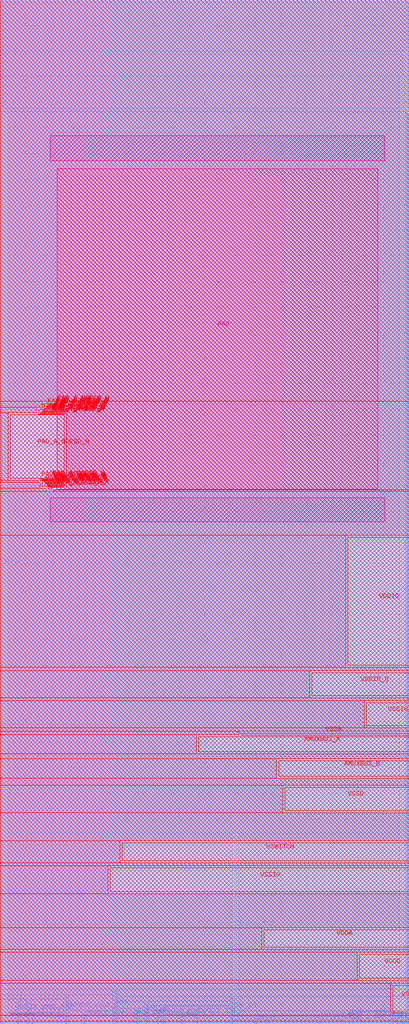
<source format=lef>
# Copyright 2020 The SkyWater PDK Authors
#
# Licensed under the Apache License, Version 2.0 (the "License");
# you may not use this file except in compliance with the License.
# You may obtain a copy of the License at
#
#     https://www.apache.org/licenses/LICENSE-2.0
#
# Unless required by applicable law or agreed to in writing, software
# distributed under the License is distributed on an "AS IS" BASIS,
# WITHOUT WARRANTIES OR CONDITIONS OF ANY KIND, either express or implied.
# See the License for the specific language governing permissions and
# limitations under the License.
#
# SPDX-License-Identifier: Apache-2.0

VERSION 5.7 ;
  NOWIREEXTENSIONATPIN ON ;
  DIVIDERCHAR "/" ;
  BUSBITCHARS "[]" ;
MACRO sky130_fd_io__top_gpiov2
  CLASS BLOCK ;
  FOREIGN sky130_fd_io__top_gpiov2 ;
  ORIGIN  0.000000  0.000000 ;
  SIZE  80.00000 BY  200.0000 ;
  SYMMETRY R90 ;
  PIN AMUXBUS_A
    DIRECTION INOUT ;
    USE SIGNAL ;
    PORT
      LAYER met4 ;
        RECT 38.760000 53.125000 80.000000 56.105000 ;
    END
  END AMUXBUS_A
  PIN AMUXBUS_B
    DIRECTION INOUT ;
    USE SIGNAL ;
    PORT
      LAYER met4 ;
        RECT 54.465000 48.365000 80.000000 51.345000 ;
    END
  END AMUXBUS_B
  PIN ANALOG_EN
    DIRECTION INPUT ;
    USE SIGNAL ;
    PORT
      LAYER met1 ;
        RECT 62.430000 0.000000 62.690000 1.305000 ;
    END
  END ANALOG_EN
  PIN ANALOG_POL
    DIRECTION INPUT ;
    USE SIGNAL ;
    PORT
      LAYER met3 ;
        RECT 45.865000 0.000000 46.195000 36.805000 ;
    END
  END ANALOG_POL
  PIN ANALOG_SEL
    DIRECTION INPUT ;
    USE SIGNAL ;
    PORT
      LAYER met2 ;
        RECT 30.750000 0.000000 31.010000 2.265000 ;
    END
  END ANALOG_SEL
  PIN DM[0]
    DIRECTION INPUT ;
    USE SIGNAL ;
    PORT
      LAYER met2 ;
        RECT 49.855000 0.000000 50.115000 0.545000 ;
    END
  END DM[0]
  PIN DM[1]
    DIRECTION INPUT ;
    USE SIGNAL ;
    PORT
      LAYER met2 ;
        RECT 66.835000 0.000000 67.095000 1.195000 ;
    END
  END DM[1]
  PIN DM[2]
    DIRECTION INPUT ;
    USE SIGNAL ;
    PORT
      LAYER met2 ;
        RECT 28.490000 0.000000 28.750000 4.070000 ;
    END
  END DM[2]
  PIN ENABLE_H
    DIRECTION INPUT ;
    USE SIGNAL ;
    PORT
      LAYER met2 ;
        RECT 35.460000 0.000000 35.720000 1.550000 ;
    END
  END ENABLE_H
  PIN ENABLE_INP_H
    DIRECTION INPUT ;
    USE SIGNAL ;
    PORT
      LAYER met2 ;
        RECT 38.390000 0.000000 38.650000 3.090000 ;
    END
  END ENABLE_INP_H
  PIN ENABLE_VDDA_H
    DIRECTION INPUT ;
    USE SIGNAL ;
    PORT
      LAYER met2 ;
        RECT 12.755000 0.000000 13.015000 5.350000 ;
    END
  END ENABLE_VDDA_H
  PIN ENABLE_VDDIO
    DIRECTION INPUT ;
    USE SIGNAL ;
    PORT
      LAYER met3 ;
        RECT 78.580000 0.000000 78.910000 184.775000 ;
    END
  END ENABLE_VDDIO
  PIN ENABLE_VSWITCH_H
    DIRECTION INPUT ;
    USE SIGNAL ;
    PORT
      LAYER met2 ;
        RECT 16.310000 0.000000 16.570000 2.320000 ;
    END
  END ENABLE_VSWITCH_H
  PIN HLD_H_N
    DIRECTION INPUT ;
    USE SIGNAL ;
    PORT
      LAYER met2 ;
        RECT 31.815000 0.000000 32.075000 3.340000 ;
    END
  END HLD_H_N
  PIN HLD_OVR
    DIRECTION INPUT ;
    USE SIGNAL ;
    PORT
      LAYER met2 ;
        RECT 26.600000 0.000000 26.860000 2.705000 ;
    END
  END HLD_OVR
  PIN IB_MODE_SEL
    DIRECTION INPUT ;
    USE SIGNAL ;
    PORT
      LAYER met2 ;
        RECT 5.420000 0.000000 5.650000 4.475000 ;
    END
  END IB_MODE_SEL
  PIN IN
    DIRECTION OUTPUT ;
    USE SIGNAL ;
    PORT
      LAYER met3 ;
        RECT 79.240000 0.000000 79.570000 189.560000 ;
    END
  END IN
  PIN INP_DIS
    DIRECTION INPUT ;
    USE SIGNAL ;
    PORT
      LAYER met2 ;
        RECT 45.245000 0.000000 45.505000 5.090000 ;
    END
  END INP_DIS
  PIN IN_H
    DIRECTION OUTPUT ;
    USE SIGNAL ;
    PORT
      LAYER met3 ;
        RECT 0.400000 0.000000 1.020000 178.485000 ;
    END
  END IN_H
  PIN OE_N
    DIRECTION INPUT ;
    USE SIGNAL ;
    PORT
      LAYER met2 ;
        RECT 3.375000 0.000000 3.605000 4.475000 ;
    END
  END OE_N
  PIN OUT
    DIRECTION INPUT ;
    USE SIGNAL ;
    PORT
      LAYER met2 ;
        RECT 22.355000 0.000000 22.615000 6.425000 ;
    END
  END OUT
  PIN PAD
    DIRECTION INOUT ;
    USE SIGNAL ;
    PORT
      LAYER met5 ;
        RECT 11.100000 104.395000 73.800000 167.010000 ;
    END
  END PAD
  PIN PAD_A_ESD_0_H
    DIRECTION INOUT ;
    USE SIGNAL ;
    PORT
      LAYER met2 ;
        RECT 76.280000 0.000000 76.920000 2.055000 ;
    END
  END PAD_A_ESD_0_H
  PIN PAD_A_ESD_1_H
    DIRECTION INOUT ;
    USE SIGNAL ;
    PORT
      LAYER met2 ;
        RECT 68.275000 0.000000 68.925000 2.270000 ;
    END
    PORT
      LAYER met2 ;
        RECT 68.405000 0.105000 68.415000 0.115000 ;
    END
  END PAD_A_ESD_1_H
  PIN PAD_A_NOESD_H
    DIRECTION INOUT ;
    USE SIGNAL ;
    PORT
      LAYER met4 ;
        RECT 2.000000 106.585000 12.500000 118.955000 ;
    END
    PORT
      LAYER met4 ;
        RECT 7.515000 118.955000 8.570000 120.010000 ;
    END
    PORT
      LAYER met4 ;
        RECT 7.665000 118.955000 12.500000 119.105000 ;
    END
    PORT
      LAYER met4 ;
        RECT 7.815000 119.105000 12.500000 119.255000 ;
    END
    PORT
      LAYER met4 ;
        RECT 7.830000 106.210000 8.205000 106.585000 ;
    END
    PORT
      LAYER met4 ;
        RECT 7.850000 106.565000 12.500000 106.585000 ;
    END
    PORT
      LAYER met4 ;
        RECT 7.965000 119.255000 12.500000 119.405000 ;
    END
    PORT
      LAYER met4 ;
        RECT 8.000000 106.415000 12.500000 106.565000 ;
    END
    PORT
      LAYER met4 ;
        RECT 8.115000 119.405000 12.500000 119.555000 ;
    END
    PORT
      LAYER met4 ;
        RECT 8.205000 105.030000 9.385000 106.210000 ;
    END
    PORT
      LAYER met4 ;
        RECT 8.265000 119.555000 12.500000 119.705000 ;
    END
    PORT
      LAYER met4 ;
        RECT 8.300000 106.115000 12.500000 106.265000 ;
    END
    PORT
      LAYER met4 ;
        RECT 8.415000 119.705000 12.500000 119.855000 ;
    END
    PORT
      LAYER met4 ;
        RECT 8.450000 105.965000 12.500000 106.115000 ;
    END
    PORT
      LAYER met4 ;
        RECT 8.570000 120.010000 9.800000 121.240000 ;
    END
    PORT
      LAYER met4 ;
        RECT 8.600000 105.815000 12.500000 105.965000 ;
    END
    PORT
      LAYER met4 ;
        RECT 8.715000 120.005000 12.500000 120.155000 ;
    END
    PORT
      LAYER met4 ;
        RECT 8.750000 105.665000 12.500000 105.815000 ;
    END
    PORT
      LAYER met4 ;
        RECT 8.865000 120.155000 12.500000 120.305000 ;
    END
    PORT
      LAYER met4 ;
        RECT 8.900000 105.515000 12.500000 105.665000 ;
    END
    PORT
      LAYER met4 ;
        RECT 9.015000 120.305000 12.500000 120.455000 ;
    END
    PORT
      LAYER met4 ;
        RECT 9.050000 105.365000 12.500000 105.515000 ;
    END
    PORT
      LAYER met4 ;
        RECT 9.165000 120.455000 12.500000 120.605000 ;
    END
    PORT
      LAYER met4 ;
        RECT 9.200000 105.215000 12.500000 105.365000 ;
    END
    PORT
      LAYER met4 ;
        RECT 9.315000 120.605000 12.500000 120.755000 ;
    END
    PORT
      LAYER met4 ;
        RECT 9.385000 104.395000 10.020000 105.030000 ;
    END
    PORT
      LAYER met4 ;
        RECT 9.465000 120.755000 12.500000 120.905000 ;
    END
    PORT
      LAYER met4 ;
        RECT 9.500000 104.915000 12.500000 105.065000 ;
    END
    PORT
      LAYER met4 ;
        RECT 9.615000 120.905000 12.500000 121.055000 ;
    END
    PORT
      LAYER met4 ;
        RECT 9.650000 104.765000 12.500000 104.915000 ;
    END
    PORT
      LAYER met4 ;
        RECT 9.810000 121.205000 12.500000 121.250000 ;
    END
  END PAD_A_NOESD_H
  PIN SLOW
    DIRECTION INPUT ;
    USE SIGNAL ;
    PORT
      LAYER met2 ;
        RECT 77.610000 0.000000 77.870000 1.185000 ;
    END
  END SLOW
  PIN TIE_HI_ESD
    DIRECTION OUTPUT ;
    USE SIGNAL ;
    PORT
      LAYER met2 ;
        RECT 78.705000 0.000000 78.905000 1.215000 ;
    END
    PORT
      LAYER met2 ;
        RECT 78.800000 0.105000 78.810000 0.115000 ;
    END
  END TIE_HI_ESD
  PIN TIE_LO_ESD
    DIRECTION OUTPUT ;
    USE SIGNAL ;
    PORT
      LAYER met2 ;
        RECT 79.715000 0.000000 79.915000 177.870000 ;
    END
  END TIE_LO_ESD
  PIN VTRIP_SEL
    DIRECTION INPUT ;
    USE SIGNAL ;
    PORT
      LAYER met2 ;
        RECT 6.130000 0.000000 6.390000 1.550000 ;
    END
  END VTRIP_SEL
  PIN VCCD
    DIRECTION INOUT ;
    USE POWER ;
    PORT
      LAYER met4 ;
        RECT 70.265000 8.885000 80.000000 13.535000 ;
    END
  END VCCD
  PIN VCCHIB
    DIRECTION INOUT ;
    USE POWER ;
    PORT
      LAYER met4 ;
        RECT 76.810000 2.035000 80.000000 7.485000 ;
    END
  END VCCHIB
  PIN VDDA
    DIRECTION INOUT ;
    USE POWER ;
    PORT
      LAYER met4 ;
        RECT 51.570000 14.935000 80.000000 18.385000 ;
    END
  END VDDA
  PIN VDDIO
    DIRECTION INOUT ;
    USE POWER ;
    PORT
      LAYER met4 ;
        RECT 68.030000 70.035000 80.000000 95.000000 ;
    END
  END VDDIO
  PIN VDDIO_Q
    DIRECTION INOUT ;
    USE POWER ;
    PORT
      LAYER met4 ;
        RECT 60.945000 64.085000 80.000000 68.535000 ;
    END
  END VDDIO_Q
  PIN VSSA
    DIRECTION INOUT ;
    USE GROUND ;
    PORT
      LAYER met4 ;
        RECT 47.090000 56.405000 80.000000 56.735000 ;
    END
  END VSSA
  PIN VSSD
    DIRECTION INOUT ;
    USE GROUND ;
    PORT
      LAYER met4 ;
        RECT 55.705000 41.585000 80.000000 46.235000 ;
    END
  END VSSD
  PIN VSSIO
    DIRECTION INOUT ;
    USE GROUND ;
    PORT
      LAYER met4 ;
        RECT 21.530000 25.835000 80.000000 30.485000 ;
    END
  END VSSIO
  PIN VSSIO_Q
    DIRECTION INOUT ;
    USE GROUND ;
    PORT
      LAYER met4 ;
        RECT 71.575000 58.235000 80.000000 62.685000 ;
    END
  END VSSIO_Q
  PIN VSWITCH
    DIRECTION INOUT ;
    USE POWER ;
    PORT
      LAYER met4 ;
        RECT 23.850000 31.885000 80.000000 35.335000 ;
    END
  END VSWITCH
  OBS
    LAYER li1 ;
      RECT 0.000000 0.230000 80.000000 199.705000 ;
    LAYER met1 ;
      RECT  0.000000 0.260000 62.150000   1.585000 ;
      RECT  0.000000 1.585000 80.000000 200.000000 ;
      RECT 62.970000 0.260000 80.000000   1.585000 ;
    LAYER met2 ;
      RECT  0.210000   0.250000  3.095000   4.755000 ;
      RECT  0.210000   4.755000 12.475000   5.630000 ;
      RECT  0.210000   5.630000 22.075000   6.705000 ;
      RECT  0.210000   6.705000 79.435000 178.150000 ;
      RECT  0.210000 178.150000 79.915000 200.000000 ;
      RECT  3.885000   0.250000  5.140000   4.755000 ;
      RECT  5.930000   1.830000 12.475000   4.755000 ;
      RECT  6.670000   0.250000 12.475000   1.830000 ;
      RECT 13.295000   0.250000 16.030000   2.600000 ;
      RECT 13.295000   2.600000 22.075000   5.630000 ;
      RECT 16.850000   0.250000 22.075000   2.600000 ;
      RECT 22.895000   0.250000 26.320000   2.985000 ;
      RECT 22.895000   2.985000 28.210000   4.350000 ;
      RECT 22.895000   4.350000 44.965000   5.370000 ;
      RECT 22.895000   5.370000 79.435000   6.705000 ;
      RECT 27.140000   0.250000 28.210000   2.985000 ;
      RECT 29.030000   0.250000 30.470000   2.545000 ;
      RECT 29.030000   2.545000 31.535000   3.620000 ;
      RECT 29.030000   3.620000 44.965000   4.350000 ;
      RECT 31.290000   0.250000 31.535000   2.545000 ;
      RECT 32.355000   0.250000 35.180000   1.830000 ;
      RECT 32.355000   1.830000 38.110000   3.370000 ;
      RECT 32.355000   3.370000 44.965000   3.620000 ;
      RECT 36.000000   0.250000 38.110000   1.830000 ;
      RECT 38.930000   0.250000 44.965000   3.370000 ;
      RECT 45.785000   0.250000 49.575000   0.825000 ;
      RECT 45.785000   0.825000 66.555000   1.475000 ;
      RECT 45.785000   1.475000 67.995000   2.550000 ;
      RECT 45.785000   2.550000 79.435000   5.370000 ;
      RECT 50.395000   0.250000 66.555000   0.825000 ;
      RECT 67.375000   0.250000 67.995000   1.475000 ;
      RECT 69.205000   0.250000 76.000000   2.335000 ;
      RECT 69.205000   2.335000 79.435000   2.550000 ;
      RECT 77.200000   0.250000 77.330000   1.465000 ;
      RECT 77.200000   1.465000 78.425000   1.495000 ;
      RECT 77.200000   1.495000 79.435000   2.335000 ;
      RECT 78.150000   0.250000 78.425000   1.465000 ;
      RECT 79.185000   0.250000 79.435000   1.495000 ;
    LAYER met3 ;
      RECT  0.400000 178.885000 78.180000 185.175000 ;
      RECT  0.400000 185.175000 78.840000 189.960000 ;
      RECT  0.400000 189.960000 79.570000 200.000000 ;
      RECT  1.420000   0.000000 45.465000  37.205000 ;
      RECT  1.420000  37.205000 78.180000 178.885000 ;
      RECT 46.595000   0.000000 78.180000  37.205000 ;
    LAYER met4 ;
      RECT  0.000000   0.535000 80.000000   1.635000 ;
      RECT  0.000000   1.635000 76.410000   7.885000 ;
      RECT  0.000000   7.885000 80.000000   8.485000 ;
      RECT  0.000000   8.485000 69.865000  13.935000 ;
      RECT  0.000000  13.935000 80.000000  14.535000 ;
      RECT  0.000000  14.535000 51.170000  18.785000 ;
      RECT  0.000000  18.785000 80.000000  25.435000 ;
      RECT  0.000000  25.435000 21.130000  30.885000 ;
      RECT  0.000000  30.885000 80.000000  31.485000 ;
      RECT  0.000000  31.485000 23.450000  35.735000 ;
      RECT  0.000000  35.735000 80.000000  41.185000 ;
      RECT  0.000000  41.185000 55.305000  46.635000 ;
      RECT  0.000000  46.635000 80.000000  47.965000 ;
      RECT  0.000000  47.965000 54.065000  51.745000 ;
      RECT  0.000000  51.745000 80.000000  52.725000 ;
      RECT  0.000000  52.725000 38.360000  56.505000 ;
      RECT  0.000000  56.505000 46.690000  57.135000 ;
      RECT  0.000000  57.135000 80.000000  57.835000 ;
      RECT  0.000000  57.835000 71.175000  63.085000 ;
      RECT  0.000000  63.085000 80.000000  63.685000 ;
      RECT  0.000000  63.685000 60.545000  68.935000 ;
      RECT  0.000000  68.935000 80.000000  69.635000 ;
      RECT  0.000000  69.635000 67.630000  95.400000 ;
      RECT  0.000000  95.400000 80.000000 103.995000 ;
      RECT  0.000000 103.995000  8.985000 104.630000 ;
      RECT  0.000000 104.630000  7.805000 105.810000 ;
      RECT  0.000000 105.810000  7.430000 106.185000 ;
      RECT  0.000000 106.185000  1.600000 119.355000 ;
      RECT  0.000000 119.355000  7.115000 120.410000 ;
      RECT  0.000000 120.410000  8.170000 121.640000 ;
      RECT  0.000000 121.640000  9.410000 121.650000 ;
      RECT  0.000000 121.650000 80.000000 200.000000 ;
      RECT 10.420000 103.995000 80.000000 104.365000 ;
      RECT 12.900000 104.365000 80.000000 121.650000 ;
    LAYER met5 ;
      RECT 9.800000  98.085000 75.200000 102.795000 ;
      RECT 9.800000 168.610000 75.200000 173.485000 ;
  END
END sky130_fd_io__top_gpiov2
END LIBRARY

</source>
